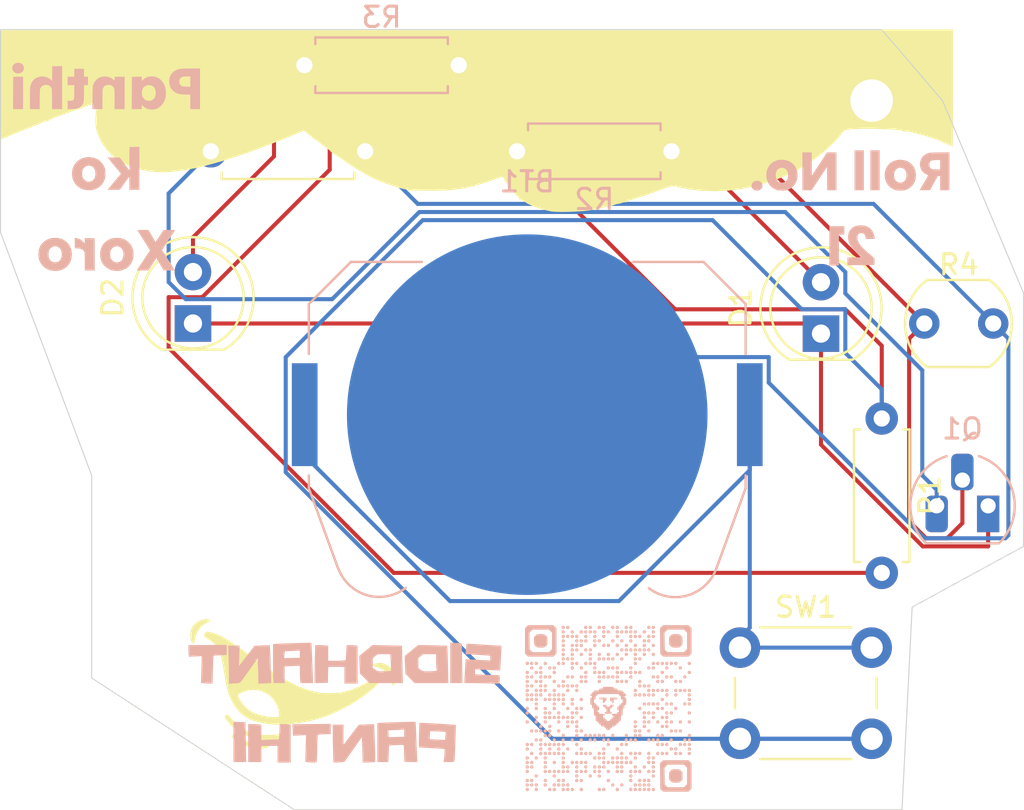
<source format=kicad_pcb>
(kicad_pcb (version 20241229) (generator "pcbnew") (generator_version "9.0")
  (layers (0 "F.Cu" signal) (2 "B.Cu" signal) (13 "F.Paste" user) (15 "B.Paste" user) (5 "F.SilkS" user "F.Silkscreen") (7 "B.SilkS" user "B.Silkscreen") (1 "F.Mask" user) (3 "B.Mask" user) (25 "Edge.Cuts" user))
  (net 0 "")
  (net 1 "Net-(BT1-+)")
  (net 2 "Net-(BT1--)")
  (net 3 "Net-(D2-A)")
  (net 4 "Net-(R1-Pad1)")
  (net 5 "Net-(D1-A)")
  (net 6 "Net-(D1-K)")
  (net 7 "Net-(Q1-B)")
  (net 8 "Net-(Q1-E)")
  (footprint "LOGO" (layer "F.Cu") (at 156 81.5)
    (property "Reference" "G***" (hide yes))
    (property "Value" "LOGO" (hide yes))
  )
  (footprint "Button_Switch_THT:SW_PUSH_6mm" (layer "F.Cu") (at 169 88.5)
    (property "Reference" "SW1" (at 3.25 -2 0) (layer "F.SilkS"))
    (property "Value" "SW_Push")
    (pad "1" thru_hole circle (at 0 0 90) (size 2 2) (drill 1.1) (layers "*.Cu" "*.Mask") (net 1 "Net-(BT1-+)"))
    (pad "1" thru_hole circle (at 6.5 0 90) (size 2 2) (drill 1.1) (layers "*.Cu" "*.Mask") (net 1 "Net-(BT1-+)"))
    (pad "2" thru_hole circle (at 0 4.5 90) (size 2 2) (drill 1.1) (layers "*.Cu" "*.Mask") (net 4 "Net-(R1-Pad1)"))
    (pad "2" thru_hole circle (at 6.5 4.5 90) (size 2 2) (drill 1.1) (layers "*.Cu" "*.Mask") (net 4 "Net-(R1-Pad1)"))
  )
  (footprint "LED_THT:LED_D5.0mm" (layer "F.Cu") (at 173 73 90)
    (property "Reference" "D1" (at 1.27 -3.96 90) (layer "F.SilkS"))
    (property "Value" "LED")
    (pad "1" thru_hole rect (at 0 0 90) (size 1.8 1.8) (drill 0.9) (layers "*.Cu" "*.Mask") (net 6 "Net-(D1-K)"))
    (pad "2" thru_hole circle (at 2.54 0 90) (size 1.8 1.8) (drill 0.9) (layers "*.Cu" "*.Mask") (net 5 "Net-(D1-A)"))
  )
  (footprint "Resistor_THT:R_Axial_DIN0207_L6.3mm_D2.5mm_P7.62mm_Horizontal" (layer "F.Cu") (at 142.88 64)
    (property "Reference" "R5" (at 3.81 -2.37 0) (layer "F.SilkS"))
    (property "Value" "R")
    (pad "1" thru_hole circle (at 0 0) (size 1.6 1.6) (drill 0.8) (layers "*.Cu" "*.Mask") (net 8 "Net-(Q1-E)"))
    (pad "2" thru_hole circle (at 7.62 0) (size 1.6 1.6) (drill 0.8) (layers "*.Cu" "*.Mask") (net 2 "Net-(BT1--)"))
  )
  (footprint "LOGO" (layer "F.Cu") (at 146.5 88.5)
    (property "Reference" "G***" (hide yes))
    (property "Value" "LOGO" (hide yes))
  )
  (footprint "MountingHole:MountingHole_2.1mm" (layer "F.Cu") (at 175.5 61.5)
    (property "Reference" "REF**" (hide yes))
    (property "Value" "MountingHole_2.1mm" (hide yes))
    (pad "" np_thru_hole circle (at 0 0) (size 2.1 2.1) (drill 2.1) (layers "*.Cu" "*.Mask"))
  )
  (footprint "LED_THT:LED_D5.0mm" (layer "F.Cu") (at 142 72.5 90)
    (property "Reference" "D2" (at 1.27 -3.96 90) (layer "F.SilkS"))
    (property "Value" "LED")
    (pad "1" thru_hole rect (at 0 0 90) (size 1.8 1.8) (drill 0.9) (layers "*.Cu" "*.Mask") (net 6 "Net-(D1-K)"))
    (pad "2" thru_hole circle (at 2.54 0 90) (size 1.8 1.8) (drill 0.9) (layers "*.Cu" "*.Mask") (net 3 "Net-(D2-A)"))
  )
  (footprint "Resistor_THT:R_Axial_DIN0207_L6.3mm_D2.5mm_P7.62mm_Horizontal" (layer "F.Cu") (at 176 77.19 -90)
    (property "Reference" "R1" (at 3.81 -2.37 270) (layer "F.SilkS"))
    (property "Value" "R")
    (pad "1" thru_hole circle (at 0 0 270) (size 1.6 1.6) (drill 0.8) (layers "*.Cu" "*.Mask") (net 4 "Net-(R1-Pad1)"))
    (pad "2" thru_hole circle (at 7.62 0 270) (size 1.6 1.6) (drill 0.8) (layers "*.Cu" "*.Mask") (net 7 "Net-(Q1-B)"))
  )
  (footprint "OptoDevice:R_LDR_5.1x4.3mm_P3.4mm_Vertical" (layer "F.Cu") (at 178.1 72.5)
    (property "Reference" "R4" (at 1.7 -2.9 0) (layer "F.SilkS"))
    (property "Value" "LDR03")
    (pad "1" thru_hole circle (at 0 0) (size 1.5 1.5) (drill 0.8) (layers "*.Cu" "*.Mask") (net 7 "Net-(Q1-B)"))
    (pad "2" thru_hole circle (at 3.4 0) (size 1.5 1.5) (drill 0.8) (layers "*.Cu" "*.Mask") (net 2 "Net-(BT1--)"))
  )
  (footprint "LOGO" (layer "B.Cu") (at 174.5 66.75 180)
    (property "Reference" "G***" (hide yes))
    (property "Value" "LOGO" (hide yes))
  )
  (footprint "LOGO" (layer "B.Cu") (at 149.5 93 180)
    (property "Reference" "G***" (hide yes))
    (property "Value" "LOGO" (hide yes))
  )
  (footprint "Resistor_THT:R_Axial_DIN0207_L6.3mm_D2.5mm_P7.62mm_Horizontal" (layer "B.Cu") (at 155.12 59.75 180)
    (property "Reference" "R3" (at 3.81 2.37 0) (layer "B.SilkS") (effects (justify mirror)))
    (property "Value" "R")
    (pad "1" thru_hole circle (at 0 0 180) (size 1.6 1.6) (drill 0.8) (layers "*.Cu" "*.Mask") (net 4 "Net-(R1-Pad1)"))
    (pad "2" thru_hole circle (at 7.62 0 180) (size 1.6 1.6) (drill 0.8) (layers "*.Cu" "*.Mask") (net 3 "Net-(D2-A)"))
  )
  (footprint "LOGO" (layer "B.Cu") (at 137.5 64.75 180)
    (property "Reference" "G***" (hide yes))
    (property "Value" "LOGO" (hide yes))
  )
  (footprint "Resistor_THT:R_Axial_DIN0207_L6.3mm_D2.5mm_P7.62mm_Horizontal" (layer "B.Cu") (at 158 64)
    (property "Reference" "R2" (at 3.81 2.37 0) (layer "B.SilkS") (effects (justify mirror)))
    (property "Value" "R")
    (pad "1" thru_hole circle (at 0 0) (size 1.6 1.6) (drill 0.8) (layers "*.Cu" "*.Mask") (net 4 "Net-(R1-Pad1)"))
    (pad "2" thru_hole circle (at 7.62 0) (size 1.6 1.6) (drill 0.8) (layers "*.Cu" "*.Mask") (net 5 "Net-(D1-A)"))
  )
  (footprint "LOGO" (layer "B.Cu") (at 162.5 91.5 180)
    (property "Reference" "G***" (hide yes))
    (property "Value" "LOGO" (hide yes))
  )
  (footprint "Package_TO_SOT_THT:TO-92L_HandSolder" (layer "B.Cu") (at 181.25 81.5 180)
    (property "Reference" "Q1" (at 1.27 3.8 0) (layer "B.SilkS") (effects (justify mirror)))
    (property "Value" "NPN")
    (pad "1" thru_hole rect (at 0 0 180) (size 1.1 1.8) (drill 0.75 (offset 0 -0.4)) (layers "*.Cu" "*.Mask") (net 6 "Net-(D1-K)"))
    (pad "2" thru_hole roundrect (at 1.27 1.27 180) (size 1.1 1.8) (drill 0.75 (offset 0 0.4)) (layers "*.Cu" "*.Mask") (net 7 "Net-(Q1-B)"))
    (pad "3" thru_hole roundrect (at 2.54 0 180) (size 1.1 1.8) (drill 0.75 (offset 0 -0.4)) (layers "*.Cu" "*.Mask") (net 8 "Net-(Q1-E)"))
  )
  (footprint "Battery:BatteryHolder_Keystone_3034_1x20mm" (layer "B.Cu") (at 158.5 77 180)
    (property "Reference" "BT1" (at 0 11.5 0) (layer "B.SilkS") (effects (justify mirror)))
    (property "Value" "Battery_Cell" (hide yes))
    (pad "1" smd rect (at -10.985 0 180) (size 1.27 5.08) (layers "B.Cu" "B.Mask" "B.Paste") (net 1 "Net-(BT1-+)"))
    (pad "1" smd rect (at 10.985 0 180) (size 1.27 5.08) (layers "B.Cu" "B.Mask" "B.Paste") (net 1 "Net-(BT1-+)"))
    (pad "2" smd circle (at 0 0 180) (size 17.8 17.8) (layers "B.Cu" "B.Mask") (net 2 "Net-(BT1--)"))
  )
  (gr_poly (pts (xy 132.5 58) (xy 132.5 68) (xy 137 80) (xy 137 90) (xy 147 96.5) (xy 177 96.5) (xy 177.5 86.5) (xy 183 83.5) (xy 183 71) (xy 179 61.5) (xy 176 58)) (stroke (width 0.05)) (fill no) (layer "Edge.Cuts"))
  (segment (start 147.515 79.027179) (end 147.515 77) (width 0.2) (layer "B.Cu") (net 1))
  (segment (start 169 88) (end 169.485 87.515) (width 0.2) (layer "B.Cu") (net 1))
  (segment (start 169 88.5) (end 169 88) (width 0.2) (layer "B.Cu") (net 1))
  (segment (start 169.485 79.74) (end 163.024 86.201) (width 0.2) (layer "B.Cu") (net 1))
  (segment (start 163.024 86.201) (end 154.688821 86.201) (width 0.2) (layer "B.Cu") (net 1))
  (segment (start 169.485 77) (end 169.485 79.74) (width 0.2) (layer "B.Cu") (net 1))
  (segment (start 147.515 74.972821) (end 147.515 77) (width 0.2) (layer "B.Cu") (net 1))
  (segment (start 169.485 87.515) (end 169.485 77) (width 0.2) (layer "B.Cu") (net 1))
  (segment (start 175.5 88.5) (end 169 88.5) (width 0.2) (layer "B.Cu") (net 1))
  (segment (start 169.485 77) (end 169.485 74.972821) (width 0.2) (layer "B.Cu") (net 1))
  (segment (start 154.688821 86.201) (end 147.515 79.027179) (width 0.2) (layer "B.Cu") (net 1))
  (segment (start 158.5 77) (end 161.341 74.159) (width 0.2) (layer "B.Cu") (net 2))
  (segment (start 182.25 82.952) (end 182.25 73.25) (width 0.2) (layer "B.Cu") (net 2))
  (segment (start 182.25 73.25) (end 181.5 72.5) (width 0.2) (layer "B.Cu") (net 2))
  (segment (start 182.101 83.101) (end 182.25 82.952) (width 0.2) (layer "B.Cu") (net 2))
  (segment (start 181.5 72.5) (end 175.596 66.596) (width 0.2) (layer "B.Cu") (net 2))
  (segment (start 178.101 83.101) (end 182.101 83.101) (width 0.2) (layer "B.Cu") (net 2))
  (segment (start 153.096 66.596) (end 150.5 64) (width 0.2) (layer "B.Cu") (net 2))
  (segment (start 170.421 74.159) (end 170.421 75.421) (width 0.2) (layer "B.Cu") (net 2))
  (segment (start 175.596 66.596) (end 153.096 66.596) (width 0.2) (layer "B.Cu") (net 2))
  (segment (start 161.341 74.159) (end 170.421 74.159) (width 0.2) (layer "B.Cu") (net 2))
  (segment (start 170.421 75.421) (end 178.101 83.101) (width 0.2) (layer "B.Cu") (net 2))
  (segment (start 146 64.25) (end 146 60.25) (width 0.2) (layer "F.Cu") (net 3))
  (segment (start 142 68.25) (end 146 64.25) (width 0.2) (layer "F.Cu") (net 3))
  (segment (start 146 60.25) (end 147 60.25) (width 0.2) (layer "F.Cu") (net 3))
  (segment (start 147 60.25) (end 147.5 59.75) (width 0.2) (layer "F.Cu") (net 3))
  (segment (start 142 69.96) (end 142 68.25) (width 0.2) (layer "F.Cu") (net 3))
  (segment (start 176 73.598) (end 176 77.19) (width 0.2) (layer "F.Cu") (net 4))
  (segment (start 165.799 71.799) (end 174.201 71.799) (width 0.2) (layer "F.Cu") (net 4))
  (segment (start 174.201 71.799) (end 176 73.598) (width 0.2) (layer "F.Cu") (net 4))
  (segment (start 158 64) (end 165.799 71.799) (width 0.2) (layer "F.Cu") (net 4))
  (segment (start 174.201 73.951) (end 176 75.75) (width 0.2) (layer "B.Cu") (net 4))
  (segment (start 158 62.63) (end 155.12 59.75) (width 0.2) (layer "B.Cu") (net 4))
  (segment (start 175.5 93) (end 159.738 93) (width 0.2) (layer "B.Cu") (net 4))
  (segment (start 174.201 71.799) (end 174.201 73.951) (width 0.2) (layer "B.Cu") (net 4))
  (segment (start 146.579 79.841) (end 146.579 74.159) (width 0.2) (layer "B.Cu") (net 4))
  (segment (start 159.738 93) (end 146.579 79.841) (width 0.2) (layer "B.Cu") (net 4))
  (segment (start 146.579 74.159) (end 153.34 67.398) (width 0.2) (layer "B.Cu") (net 4))
  (segment (start 172.049 71.799) (end 174.201 71.799) (width 0.2) (layer "B.Cu") (net 4))
  (segment (start 158 64) (end 158 62.63) (width 0.2) (layer "B.Cu") (net 4))
  (segment (start 175.5 93) (end 169 93) (width 0.2) (layer "B.Cu") (net 4))
  (segment (start 176 75.75) (end 176 77.19) (width 0.2) (layer "B.Cu") (net 4))
  (segment (start 167.648 67.398) (end 172.049 71.799) (width 0.2) (layer "B.Cu") (net 4))
  (segment (start 153.34 67.398) (end 167.648 67.398) (width 0.2) (layer "B.Cu") (net 4))
  (segment (start 166.54 64) (end 165.62 64) (width 0.2) (layer "F.Cu") (net 5))
  (segment (start 173 70.46) (end 166.54 64) (width 0.2) (layer "F.Cu") (net 5))
  (segment (start 181.248 83.502) (end 178.022694 83.502) (width 0.2) (layer "F.Cu") (net 6))
  (segment (start 178.022694 83.502) (end 173 78.479306) (width 0.2) (layer "F.Cu") (net 6))
  (segment (start 173 78.479306) (end 173 73) (width 0.2) (layer "F.Cu") (net 6))
  (segment (start 181.25 83.5) (end 181.248 83.502) (width 0.2) (layer "F.Cu") (net 6))
  (segment (start 172.5 72.5) (end 173 73) (width 0.2) (layer "F.Cu") (net 6))
  (segment (start 181.25 81.5) (end 181.25 83.5) (width 0.2) (layer "F.Cu") (net 6))
  (segment (start 142 72.5) (end 172.5 72.5) (width 0.2) (layer "F.Cu") (net 6))
  (segment (start 148.75 63.25) (end 149.101 62.899) (width 0.2) (layer "F.Cu") (net 7))
  (segment (start 177.35 73.25) (end 177.35 82.262206) (width 0.2) (layer "F.Cu") (net 7))
  (segment (start 176 84.81) (end 151.908 84.81) (width 0.2) (layer "F.Cu") (net 7))
  (segment (start 142.457471 71.201) (end 148.75 64.908471) (width 0.2) (layer "F.Cu") (net 7))
  (segment (start 179.98 82.352206) (end 179.98 80.23) (width 0.2) (layer "F.Cu") (net 7))
  (segment (start 140.799 71.201) (end 142.457471 71.201) (width 0.2) (layer "F.Cu") (net 7))
  (segment (start 178.1 72.5) (end 177.35 73.25) (width 0.2) (layer "F.Cu") (net 7))
  (segment (start 151.908 84.81) (end 140.799 73.701) (width 0.2) (layer "F.Cu") (net 7))
  (segment (start 140.799 73.701) (end 140.799 71.201) (width 0.2) (layer "F.Cu") (net 7))
  (segment (start 177.35 82.262206) (end 178.188794 83.101) (width 0.2) (layer "F.Cu") (net 7))
  (segment (start 148.75 64.908471) (end 148.75 63.25) (width 0.2) (layer "F.Cu") (net 7))
  (segment (start 149.101 62.899) (end 168.499 62.899) (width 0.2) (layer "F.Cu") (net 7))
  (segment (start 178.188794 83.101) (end 179.231206 83.101) (width 0.2) (layer "F.Cu") (net 7))
  (segment (start 179.231206 83.101) (end 179.98 82.352206) (width 0.2) (layer "F.Cu") (net 7))
  (segment (start 168.499 62.899) (end 178.1 72.5) (width 0.2) (layer "F.Cu") (net 7))
  (segment (start 148.8719 71.299) (end 153.1739 66.997) (width 0.2) (layer "B.Cu") (net 8))
  (segment (start 140.799 66.081) (end 142.88 64) (width 0.2) (layer "B.Cu") (net 8))
  (segment (start 174.201 69.962529) (end 174.201 71.0159) (width 0.2) (layer "B.Cu") (net 8))
  (segment (start 140.799 70.457471) (end 141.640529 71.299) (width 0.2) (layer "B.Cu") (net 8))
  (segment (start 174.201 71.0159) (end 178 74.8149) (width 0.2) (layer "B.Cu") (net 8))
  (segment (start 178.71 80.71) (end 178 80) (width 0.2) (layer "B.Cu") (net 8))
  (segment (start 140.799 66.081) (end 140.799 70.457471) (width 0.2) (layer "B.Cu") (net 8))
  (segment (start 141.640529 71.299) (end 148.8719 71.299) (width 0.2) (layer "B.Cu") (net 8))
  (segment (start 153.1739 66.997) (end 171.235471 66.997) (width 0.2) (layer "B.Cu") (net 8))
  (segment (start 178 74.8149) (end 178 80) (width 0.2) (layer "B.Cu") (net 8))
  (segment (start 171.235471 66.997) (end 174.201 69.962529) (width 0.2) (layer "B.Cu") (net 8))
  (segment (start 178.71 81.5) (end 178.71 80.71) (width 0.2) (layer "B.Cu") (net 8))
)
</source>
